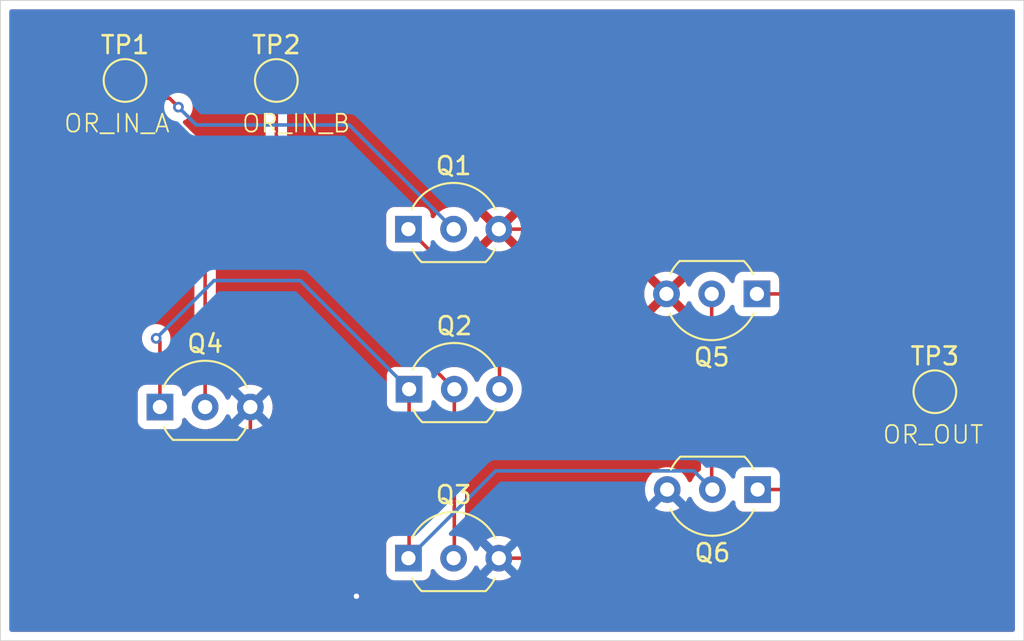
<source format=kicad_pcb>
(kicad_pcb (version 20241229) (generator "pcbnew") (generator_version "9.0")
  (layers (0 "F.Cu" signal) (2 "B.Cu" signal) (13 "F.Paste" user) (15 "B.Paste" user) (5 "F.SilkS" user "F.Silkscreen") (7 "B.SilkS" user "B.Silkscreen") (1 "F.Mask" user) (3 "B.Mask" user) (25 "Edge.Cuts" user))
  (net 0 "")
  (net 1 "Net-(Q1-D)")
  (net 2 "VCC")
  (net 3 "/OR_IN_A")
  (net 4 "Net-(Q2-D)")
  (net 5 "/OR_IN_B")
  (net 6 "GND")
  (net 7 "/OR_OUT")
  (footprint "Package_TO_SOT_THT:TO-92_Inline_Wide" (layer "F.Cu") (at 130.5 39 180)
    (property "Reference" "Q5" (at 2.54 -3.56 0) (layer "F.SilkS"))
    (property "Value" "PMOS")
    (fp_line (start 0.74 1.85) (end 4.34 1.85) (stroke (width 0.12)) (layer "F.SilkS"))
    (fp_arc (start 4.864184 1.122795) (mid 4.633903 1.509328) (end 4.34 1.85) (stroke (width 0.12)) (layer "F.SilkS"))
    (fp_arc (start 2.54 -2.6) (mid 3.936979 -2.192818) (end 4.8964 -1.098807) (stroke (width 0.12)) (layer "F.SilkS"))
    (fp_arc (start 0.74 1.85) (mid 0.446097 1.509328) (end 0.215816 1.122795) (stroke (width 0.12)) (layer "F.SilkS"))
    (fp_arc (start 0.1836 -1.098807) (mid 1.143021 -2.192817) (end 2.54 -2.6) (stroke (width 0.12)) (layer "F.SilkS"))
    (pad "1" thru_hole rect (at 0 0 180) (size 1.5 1.5) (drill 0.8) (layers "*.Cu" "*.Mask") (net 7 "/OR_OUT"))
    (pad "2" thru_hole circle (at 2.54 0 180) (size 1.5 1.5) (drill 0.8) (layers "*.Cu" "*.Mask") (net 4 "Net-(Q2-D)"))
    (pad "3" thru_hole circle (at 5.08 0 180) (size 1.5 1.5) (drill 0.8) (layers "*.Cu" "*.Mask") (net 2 "VCC"))
  )
  (footprint "Package_TO_SOT_THT:TO-92_Inline_Wide" (layer "F.Cu") (at 110.92 35.36)
    (property "Reference" "Q1" (at 2.54 -3.56 0) (layer "F.SilkS"))
    (property "Value" "PMOS")
    (fp_line (start 0.74 1.85) (end 4.34 1.85) (stroke (width 0.12)) (layer "F.SilkS"))
    (fp_arc (start 0.1836 -1.098807) (mid 1.143021 -2.192817) (end 2.54 -2.6) (stroke (width 0.12)) (layer "F.SilkS"))
    (fp_arc (start 0.74 1.85) (mid 0.446097 1.509328) (end 0.215816 1.122795) (stroke (width 0.12)) (layer "F.SilkS"))
    (fp_arc (start 2.54 -2.6) (mid 3.936979 -2.192818) (end 4.8964 -1.098807) (stroke (width 0.12)) (layer "F.SilkS"))
    (fp_arc (start 4.864184 1.122795) (mid 4.633903 1.509328) (end 4.34 1.85) (stroke (width 0.12)) (layer "F.SilkS"))
    (pad "1" thru_hole rect (at 0 0) (size 1.5 1.5) (drill 0.8) (layers "*.Cu" "*.Mask") (net 1 "Net-(Q1-D)"))
    (pad "2" thru_hole circle (at 2.54 0) (size 1.5 1.5) (drill 0.8) (layers "*.Cu" "*.Mask") (net 3 "/OR_IN_A"))
    (pad "3" thru_hole circle (at 5.08 0) (size 1.5 1.5) (drill 0.8) (layers "*.Cu" "*.Mask") (net 2 "VCC"))
  )
  (footprint "Package_TO_SOT_THT:TO-92_Inline_Wide" (layer "F.Cu") (at 96.96 45.36)
    (property "Reference" "Q4" (at 2.54 -3.56 0) (layer "F.SilkS"))
    (property "Value" "NMOS")
    (fp_line (start 0.74 1.85) (end 4.34 1.85) (stroke (width 0.12)) (layer "F.SilkS"))
    (fp_arc (start 0.1836 -1.098807) (mid 1.143021 -2.192817) (end 2.54 -2.6) (stroke (width 0.12)) (layer "F.SilkS"))
    (fp_arc (start 0.74 1.85) (mid 0.446097 1.509328) (end 0.215816 1.122795) (stroke (width 0.12)) (layer "F.SilkS"))
    (fp_arc (start 2.54 -2.6) (mid 3.936979 -2.192818) (end 4.8964 -1.098807) (stroke (width 0.12)) (layer "F.SilkS"))
    (fp_arc (start 4.864184 1.122795) (mid 4.633903 1.509328) (end 4.34 1.85) (stroke (width 0.12)) (layer "F.SilkS"))
    (pad "1" thru_hole rect (at 0 0) (size 1.5 1.5) (drill 0.8) (layers "*.Cu" "*.Mask") (net 4 "Net-(Q2-D)"))
    (pad "2" thru_hole circle (at 2.54 0) (size 1.5 1.5) (drill 0.8) (layers "*.Cu" "*.Mask") (net 3 "/OR_IN_A"))
    (pad "3" thru_hole circle (at 5.08 0) (size 1.5 1.5) (drill 0.8) (layers "*.Cu" "*.Mask") (net 6 "GND"))
  )
  (footprint "Package_TO_SOT_THT:TO-92_Inline_Wide" (layer "F.Cu") (at 130.54 50 180)
    (property "Reference" "Q6" (at 2.54 -3.56 0) (layer "F.SilkS"))
    (property "Value" "NMOS")
    (fp_line (start 0.74 1.85) (end 4.34 1.85) (stroke (width 0.12)) (layer "F.SilkS"))
    (fp_arc (start 4.864184 1.122795) (mid 4.633903 1.509328) (end 4.34 1.85) (stroke (width 0.12)) (layer "F.SilkS"))
    (fp_arc (start 2.54 -2.6) (mid 3.936979 -2.192818) (end 4.8964 -1.098807) (stroke (width 0.12)) (layer "F.SilkS"))
    (fp_arc (start 0.74 1.85) (mid 0.446097 1.509328) (end 0.215816 1.122795) (stroke (width 0.12)) (layer "F.SilkS"))
    (fp_arc (start 0.1836 -1.098807) (mid 1.143021 -2.192817) (end 2.54 -2.6) (stroke (width 0.12)) (layer "F.SilkS"))
    (pad "1" thru_hole rect (at 0 0 180) (size 1.5 1.5) (drill 0.8) (layers "*.Cu" "*.Mask") (net 7 "/OR_OUT"))
    (pad "2" thru_hole circle (at 2.54 0 180) (size 1.5 1.5) (drill 0.8) (layers "*.Cu" "*.Mask") (net 4 "Net-(Q2-D)"))
    (pad "3" thru_hole circle (at 5.08 0 180) (size 1.5 1.5) (drill 0.8) (layers "*.Cu" "*.Mask") (net 6 "GND"))
  )
  (footprint "Package_TO_SOT_THT:TO-92_Inline_Wide" (layer "F.Cu") (at 110.92 53.86)
    (property "Reference" "Q3" (at 2.54 -3.56 0) (layer "F.SilkS"))
    (property "Value" "NMOS")
    (fp_line (start 0.74 1.85) (end 4.34 1.85) (stroke (width 0.12)) (layer "F.SilkS"))
    (fp_arc (start 0.1836 -1.098807) (mid 1.143021 -2.192817) (end 2.54 -2.6) (stroke (width 0.12)) (layer "F.SilkS"))
    (fp_arc (start 0.74 1.85) (mid 0.446097 1.509328) (end 0.215816 1.122795) (stroke (width 0.12)) (layer "F.SilkS"))
    (fp_arc (start 2.54 -2.6) (mid 3.936979 -2.192818) (end 4.8964 -1.098807) (stroke (width 0.12)) (layer "F.SilkS"))
    (fp_arc (start 4.864184 1.122795) (mid 4.633903 1.509328) (end 4.34 1.85) (stroke (width 0.12)) (layer "F.SilkS"))
    (pad "1" thru_hole rect (at 0 0) (size 1.5 1.5) (drill 0.8) (layers "*.Cu" "*.Mask") (net 4 "Net-(Q2-D)"))
    (pad "2" thru_hole circle (at 2.54 0) (size 1.5 1.5) (drill 0.8) (layers "*.Cu" "*.Mask") (net 5 "/OR_IN_B"))
    (pad "3" thru_hole circle (at 5.08 0) (size 1.5 1.5) (drill 0.8) (layers "*.Cu" "*.Mask") (net 6 "GND"))
  )
  (footprint "TestPoint:TestPoint_Pad_D2.0mm" (layer "F.Cu") (at 95 27)
    (property "Reference" "TP1" (at 0 -1.998 0) (layer "F.SilkS"))
    (property "Value" "OR_IN_A")
    (fp_circle (center 0 0) (end 0 1.2) (stroke (width 0.12)) (fill no) (layer "F.SilkS"))
    (pad "1" smd circle (at 0 0) (size 2 2) (layers "F.Cu" "F.Mask") (net 3 "/OR_IN_A"))
  )
  (footprint "TestPoint:TestPoint_Pad_D2.0mm" (layer "F.Cu") (at 140.5 44.5)
    (property "Reference" "TP3" (at 0 -1.998 0) (layer "F.SilkS"))
    (property "Value" "OR_OUT")
    (fp_circle (center 0 0) (end 0 1.2) (stroke (width 0.12)) (fill no) (layer "F.SilkS"))
    (pad "1" smd circle (at 0 0) (size 2 2) (layers "F.Cu" "F.Mask") (net 7 "/OR_OUT"))
  )
  (footprint "TestPoint:TestPoint_Pad_D2.0mm" (layer "F.Cu") (at 103.5 27)
    (property "Reference" "TP2" (at 0 -1.998 0) (layer "F.SilkS"))
    (property "Value" "OR_IN_B")
    (fp_circle (center 0 0) (end 0 1.2) (stroke (width 0.12)) (fill no) (layer "F.SilkS"))
    (pad "1" smd circle (at 0 0) (size 2 2) (layers "F.Cu" "F.Mask") (net 5 "/OR_IN_B"))
  )
  (footprint "Package_TO_SOT_THT:TO-92_Inline_Wide" (layer "F.Cu") (at 110.96 44.36)
    (property "Reference" "Q2" (at 2.54 -3.56 0) (layer "F.SilkS"))
    (property "Value" "PMOS")
    (fp_line (start 0.74 1.85) (end 4.34 1.85) (stroke (width 0.12)) (layer "F.SilkS"))
    (fp_arc (start 0.1836 -1.098807) (mid 1.143021 -2.192817) (end 2.54 -2.6) (stroke (width 0.12)) (layer "F.SilkS"))
    (fp_arc (start 0.74 1.85) (mid 0.446097 1.509328) (end 0.215816 1.122795) (stroke (width 0.12)) (layer "F.SilkS"))
    (fp_arc (start 2.54 -2.6) (mid 3.936979 -2.192818) (end 4.8964 -1.098807) (stroke (width 0.12)) (layer "F.SilkS"))
    (fp_arc (start 4.864184 1.122795) (mid 4.633903 1.509328) (end 4.34 1.85) (stroke (width 0.12)) (layer "F.SilkS"))
    (pad "1" thru_hole rect (at 0 0) (size 1.5 1.5) (drill 0.8) (layers "*.Cu" "*.Mask") (net 4 "Net-(Q2-D)"))
    (pad "2" thru_hole circle (at 2.54 0) (size 1.5 1.5) (drill 0.8) (layers "*.Cu" "*.Mask") (net 5 "/OR_IN_B"))
    (pad "3" thru_hole circle (at 5.08 0) (size 1.5 1.5) (drill 0.8) (layers "*.Cu" "*.Mask") (net 1 "Net-(Q1-D)"))
  )
  (gr_rect (start 88 22.5) (end 145.5 58.5) (stroke (width 0.05)) (fill no) (layer "Edge.Cuts"))
  (gr_text "OR_IN_B" (at 101.5 30 0) (layer "F.SilkS") (effects (font (size 1 1) (thickness 0.1)) (justify left bottom)))
  (gr_text "OR_OUT" (at 137.5 47.5 0) (layer "F.SilkS") (effects (font (size 1 1) (thickness 0.1)) (justify left bottom)))
  (gr_text "OR_IN_A" (at 91.5 30 0) (layer "F.SilkS") (effects (font (size 1 1) (thickness 0.1)) (justify left bottom)))
  (segment (start 116.04 44.36) (end 116.04 40.48) (width 0.2) (layer "F.Cu") (net 1))
  (segment (start 116.04 40.48) (end 110.92 35.36) (width 0.2) (layer "F.Cu") (net 1))
  (segment (start 121.78 35.36) (end 125.42 39) (width 0.2) (layer "F.Cu") (net 2))
  (segment (start 116 35.36) (end 121.78 35.36) (width 0.2) (layer "F.Cu") (net 2))
  (segment (start 98 28.5) (end 97.5 28) (width 0.2) (layer "F.Cu") (net 3))
  (segment (start 99.5 31.5) (end 99.5 45.36) (width 0.2) (layer "F.Cu") (net 3))
  (segment (start 97.5 28) (end 96 28) (width 0.2) (layer "F.Cu") (net 3))
  (segment (start 95 27) (end 99.5 31.5) (width 0.2) (layer "F.Cu") (net 3))
  (segment (start 96 28) (end 95 27) (width 0.2) (layer "F.Cu") (net 3))
  (via (at 98 28.5) (size 0.6) (drill 0.3) (layers "F.Cu" "B.Cu") (net 3))
  (segment (start 99 29.5) (end 98 28.5) (width 0.2) (layer "B.Cu") (net 3))
  (segment (start 113.46 35.36) (end 107.6 29.5) (width 0.2) (layer "B.Cu") (net 3))
  (segment (start 107.6 29.5) (end 99 29.5) (width 0.2) (layer "B.Cu") (net 3))
  (segment (start 127.96 49.96) (end 128 50) (width 0.2) (layer "F.Cu") (net 4))
  (segment (start 110.96 53.82) (end 110.92 53.86) (width 0.2) (layer "F.Cu") (net 4))
  (segment (start 110.96 44.36) (end 110.96 53.82) (width 0.2) (layer "F.Cu") (net 4))
  (segment (start 96.96 45.36) (end 96.96 41.71) (width 0.2) (layer "F.Cu") (net 4))
  (segment (start 96.96 41.71) (end 96.75 41.5) (width 0.2) (layer "F.Cu") (net 4))
  (segment (start 127.96 39) (end 127.96 49.96) (width 0.2) (layer "F.Cu") (net 4))
  (via (at 96.75 41.5) (size 0.6) (drill 0.3) (layers "F.Cu" "B.Cu") (net 4))
  (segment (start 96.75 41.5) (end 100 38.25) (width 0.2) (layer "B.Cu") (net 4))
  (segment (start 126.949 48.949) (end 128 50) (width 0.2) (layer "B.Cu") (net 4))
  (segment (start 110.92 53.86) (end 115.831 48.949) (width 0.2) (layer "B.Cu") (net 4))
  (segment (start 115.831 48.949) (end 126.949 48.949) (width 0.2) (layer "B.Cu") (net 4))
  (segment (start 104.85 38.25) (end 110.96 44.36) (width 0.2) (layer "B.Cu") (net 4))
  (segment (start 100 38.25) (end 104.85 38.25) (width 0.2) (layer "B.Cu") (net 4))
  (segment (start 113.5 44.36) (end 113.5 53.82) (width 0.2) (layer "F.Cu") (net 5))
  (segment (start 104.14 35) (end 113.5 44.36) (width 0.2) (layer "F.Cu") (net 5))
  (segment (start 103.5 34.5) (end 104 35) (width 0.2) (layer "F.Cu") (net 5))
  (segment (start 104 35) (end 104.14 35) (width 0.2) (layer "F.Cu") (net 5))
  (segment (start 103.5 27) (end 103.5 34.5) (width 0.2) (layer "F.Cu") (net 5))
  (segment (start 113.5 53.82) (end 113.46 53.86) (width 0.2) (layer "F.Cu") (net 5))
  (segment (start 116 53.86) (end 121.6 53.86) (width 0.2) (layer "F.Cu") (net 6))
  (segment (start 102.04 50.04) (end 108 56) (width 0.2) (layer "F.Cu") (net 6))
  (segment (start 102.04 45.36) (end 102.04 50.04) (width 0.2) (layer "F.Cu") (net 6))
  (segment (start 121.6 53.86) (end 125.46 50) (width 0.2) (layer "F.Cu") (net 6))
  (via (at 108 56) (size 0.6) (drill 0.3) (layers "F.Cu" "B.Cu") (net 6))
  (segment (start 108 56) (end 113.86 56) (width 0.2) (layer "B.Cu") (net 6))
  (segment (start 113.86 56) (end 116 53.86) (width 0.2) (layer "B.Cu") (net 6))
  (segment (start 130.5 39) (end 135 39) (width 0.2) (layer "F.Cu") (net 7))
  (segment (start 135 50) (end 130.54 50) (width 0.2) (layer "F.Cu") (net 7))
  (segment (start 140.5 44.5) (end 135 50) (width 0.2) (layer "F.Cu") (net 7))
  (segment (start 135 39) (end 140.5 44.5) (width 0.2) (layer "F.Cu") (net 7))
  (zone (net 2) (net_name "VCC") (layer "F.Cu") (priority 1) (connect_pads (clearance 0.5)) (min_thickness 0.25) (fill yes (thermal_gap 0.5) (thermal_bridge_width 0.5))
    (polygon (pts (xy 88 22.5) (xy 145.5 22.5) (xy 145.5 58.5) (xy 88 58.5)))
  )
  (zone (net 6) (net_name "GND") (layer "B.Cu") (connect_pads (clearance 0.5)) (min_thickness 0.25) (fill yes (thermal_gap 0.5) (thermal_bridge_width 0.5))
    (polygon (pts (xy 88 22.5) (xy 145.5 22.5) (xy 145.5 58.5) (xy 88 58.5)))
  )
)
</source>
